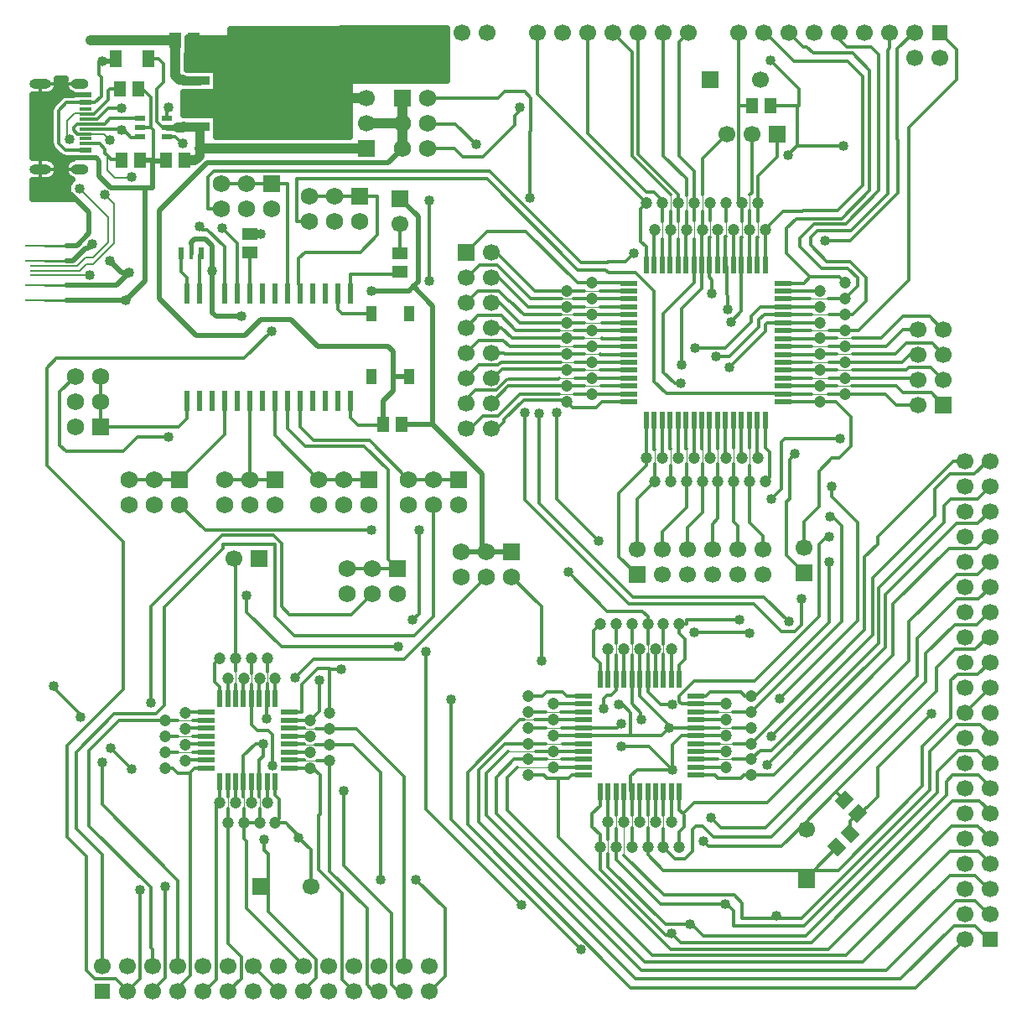
<source format=gbr>
G04 DipTrace 4.2.0.0*
G04 Top.gbr*
%MOMM*%
G04 #@! TF.FileFunction,Copper,L1,Top*
G04 #@! TF.Part,Single*
%AMOUTLINE0*
4,1,4,
-0.07071,0.98995,
0.98995,-0.07071,
0.07071,-0.98995,
-0.98995,0.07071,
-0.07071,0.98995,
0*%
%AMOUTLINE3*
4,1,4,
0.98995,0.07073,
-0.07069,-0.98995,
-0.98995,-0.07073,
0.07069,0.98995,
0.98995,0.07073,
0*%
G04 #@! TA.AperFunction,Conductor*
%ADD10C,0.25*%
G04 #@! TA.AperFunction,CopperBalancing*
%ADD15C,0.33*%
G04 #@! TA.AperFunction,Conductor*
%ADD16C,0.3*%
%ADD17C,0.1*%
%ADD18C,1.0*%
%ADD19C,0.95*%
%ADD20C,0.5*%
%ADD21C,0.4*%
%ADD24C,0.2*%
%ADD25C,0.6*%
G04 #@! TA.AperFunction,CopperBalancing*
%ADD26C,0.635*%
%ADD28R,1.5X1.3*%
%ADD29R,1.3X1.5*%
%ADD30R,1.2X1.8*%
G04 #@! TA.AperFunction,ComponentPad*
%ADD31R,1.7X1.7*%
%ADD32C,1.7*%
%ADD33C,1.2*%
%ADD35R,1.5706X1.5706*%
%ADD38R,3.5X0.25*%
%ADD39R,4.0X0.25*%
G04 #@! TA.AperFunction,ComponentPad*
%ADD40R,1.75X1.75*%
%ADD41C,1.75*%
%ADD42R,1.15X0.3*%
%ADD43R,1.15X0.6*%
G04 #@! TA.AperFunction,ComponentPad*
%ADD44O,1.8X1.0*%
%ADD45O,2.2X1.0*%
%ADD46R,1.0X1.6*%
%ADD47R,0.5X1.7*%
%ADD48R,1.7X0.5*%
%ADD49R,1.8X0.5*%
%ADD50R,0.5X1.8*%
%ADD51R,0.6X2.15*%
%ADD52R,2.15X0.95*%
%ADD53R,2.15X3.25*%
%ADD54R,1.1X0.6*%
%ADD55R,0.6X1.3*%
%ADD56R,0.4X1.3*%
G04 #@! TA.AperFunction,ViaPad*
%ADD57C,1.016*%
%ADD126OUTLINE0*%
%ADD129OUTLINE3*%
%FSLAX35Y35*%
G04*
G71*
G90*
G75*
G01*
G04 Top*
%LPD*%
X8706000Y7118000D2*
D15*
X9079000D1*
X9081000Y7120000D1*
X8920000Y5647000D2*
D16*
Y5910000D1*
X9070000Y6060000D1*
Y6416653D1*
X9202183Y6548837D1*
X9270530D1*
X9390823Y6669130D1*
Y6966920D1*
X9237743Y7120000D1*
X9081000D1*
X8290000Y9125000D2*
D15*
Y8940000D1*
D17*
Y8780000D1*
D15*
X8286000Y8776000D1*
Y8498000D1*
X8261000Y10844000D2*
D16*
Y10107530D1*
Y9154000D1*
X8290000Y9125000D1*
X8393017Y10107530D2*
X8261000D1*
X1562020Y7378340D2*
X1401490Y7217813D1*
Y6683507D1*
X1465130Y6619867D1*
X2042433D1*
X2187330Y6764763D1*
X2499663D1*
X8181200Y7926960D2*
X8286000Y8031760D1*
Y8498000D1*
X7100000Y3180000D2*
Y2879000D1*
X10794000Y3729000D2*
Y3766000D1*
X10700000Y3860000D1*
X10460000D1*
X10187837Y3587837D1*
Y3198990D1*
X8890243Y1901397D1*
X8630727D1*
X8294140D1*
Y2058643D1*
X8213940Y2138843D1*
X7501157D1*
X7100000Y2540000D1*
D17*
Y2879000D1*
X3288770Y5160327D2*
D15*
Y4996970D1*
X3640717Y4645023D1*
X4823357D1*
X5352253Y4116127D2*
Y2903500D1*
X6665320Y1590433D1*
X8642870Y1926287D2*
X8649243Y1919913D1*
X8630727Y1901397D1*
X2755000Y10770000D2*
D18*
X3633997D1*
X3684080Y10719917D1*
X3964080D1*
X4212007Y10471990D1*
X4040007Y10299993D1*
X4156000Y10184000D1*
X4499997D1*
X3390000Y10130000D2*
Y10390000D1*
X3400000D1*
X3684080Y10719917D1*
X2810000Y10130000D2*
D19*
X2967500D1*
D18*
X3120000D1*
X3390000D1*
X3120000Y10140000D2*
Y10130000D1*
X3400000Y10390000D2*
D3*
X4863000Y10184000D2*
Y9930000D1*
Y9676000D1*
X4500000Y9930000D2*
X4863000D1*
X4335500Y7130000D2*
D16*
Y6959047D1*
X4414090Y6880457D1*
X4655457D1*
X4665000Y6890000D1*
D20*
Y7125000D1*
X4770000Y7230000D1*
Y7370000D1*
Y7630000D1*
X4720000Y7680000D1*
X4010000D1*
X3740000Y7950000D1*
X3430000D1*
X3270000Y7790000D1*
X2780000D1*
X2410000Y8160000D1*
Y9050000D1*
X2890000Y9530000D1*
X4717000D1*
X4863000Y9676000D1*
X4930000Y7370000D2*
X4770000D1*
X4335500Y8210000D2*
D16*
Y8408383D1*
X4818383D1*
X4840000Y8430000D1*
X3418000Y4124000D2*
Y4328000D1*
X3420000Y4330000D1*
X3178000Y4124000D2*
X3180000Y4268000D1*
D17*
Y4400000D1*
D16*
Y4530000D1*
Y5523000D1*
X3163000Y5540000D1*
X3338000Y4124000D2*
Y4268000D1*
D17*
X3340000D1*
Y4380000D1*
D16*
Y4530000D1*
X3554353Y3446480D2*
Y3757047D1*
X3511673Y3799727D1*
X3401640D1*
X3338000Y3863367D1*
Y4124000D1*
X7180000Y4320000D2*
Y4560000D1*
D17*
Y4680000D1*
D16*
Y4875000D1*
X7279120Y3907720D2*
X7266773D1*
Y3983227D1*
X7180000Y4070000D1*
Y4320000D1*
X8370000Y6315000D2*
D15*
Y6480000D1*
D17*
Y6654000D1*
D15*
X8366000D1*
Y6938000D1*
X8505000Y5627000D2*
D16*
Y5765000D1*
X8370000Y5900000D1*
Y6315000D1*
X2565000Y10770000D2*
D18*
Y10410587D1*
X2608073Y10367513D1*
X2644987D1*
X2652500Y10360000D1*
D19*
X2810000D1*
X1665000Y10220000D2*
D20*
X1390000D1*
X1280000Y10110000D1*
Y9910000D1*
X1710000Y10770000D2*
D18*
X2565000D1*
X1665000Y9580000D2*
D20*
X1430000D1*
X1280000Y9730000D1*
Y9910000D1*
X1665000Y9580000D2*
X1770000D1*
X1800000Y9550000D1*
Y9400000D1*
X1920000Y9280000D1*
X2260000D1*
X2340000D1*
Y9540000D1*
X2330000D1*
Y9560000D1*
X2215000D1*
X2340000Y9540000D2*
X2350000D1*
Y9550000D1*
X2465000D1*
X2475000Y9560000D1*
X2215000Y9890000D2*
D16*
X2320000D1*
X2350000Y9860000D1*
Y9550000D1*
X2197247Y10280000D2*
X2236360D1*
X2320000Y10196360D1*
Y9890000D1*
X1245000Y8145000D2*
D10*
X1470000D1*
D20*
X2065000D1*
X2260000Y8340000D1*
Y9280000D1*
X1245000Y8695000D2*
D10*
X1470000D1*
D20*
X1575000D1*
X1700000Y8820000D1*
Y9030000D1*
X1510000Y9220000D1*
X1440000D1*
X1420000Y9240000D1*
Y9581933D1*
X1280000Y9730000D1*
X1420000Y9220000D2*
X1432137D1*
X1420000Y9240000D1*
X2940000Y8440000D2*
X2938500Y8438500D1*
Y8210000D1*
Y8438500D2*
Y8691500D1*
X2870000Y8760000D1*
X2760000D1*
X2730000Y8730000D1*
Y8710000D1*
D21*
Y8620000D1*
X3320000Y8815000D2*
D20*
X3430000D1*
X3240000Y7980000D2*
X2980000D1*
X2938500Y8021500D1*
Y8438500D1*
X4550000Y8240000D2*
X4930000D1*
X4974500Y8284500D1*
X5020000Y8330000D1*
Y8992823D1*
X4840000Y9172823D1*
X4855000Y6890000D2*
X5170000D1*
Y8089000D1*
X4974500Y8284500D1*
X5170000Y6890000D2*
X5670000Y6390000D1*
Y5648143D1*
X5709557Y5608587D1*
X5963557D1*
X5709557D2*
X5455557D1*
X3258000Y4124000D2*
D16*
Y4328000D1*
X3260000Y4330000D1*
X3338000Y3284000D2*
Y3072000D1*
X3340000Y3070000D1*
X3178000Y3284000D2*
Y3072000D1*
X3180000Y3070000D1*
X3612337Y1169150D2*
X3612323D1*
X3358330Y1423143D1*
X3776060Y4331103D2*
Y4335513D1*
X3961650Y4521103D1*
X4876073D1*
X5709557Y5354587D1*
X6690000Y3750000D2*
X6389000D1*
X7260000Y4320000D2*
Y4621000D1*
Y3180000D2*
Y2879000D1*
X7830000Y3830000D2*
X8060000D1*
D17*
X8200000D1*
D16*
X8385000D1*
X10540000Y3983000D2*
X10794000Y4237000D1*
X7556483Y3830000D2*
X7830000D1*
X7556483D2*
Y3853517D1*
X7260000Y4150000D1*
Y4320000D1*
X6690000Y3750000D2*
X7159103D1*
X7476483D1*
X7556483Y3830000D1*
X9382637Y2762627D2*
Y2890947D1*
X9458347Y2966660D1*
X9495203D1*
X9547107Y3018563D1*
X9551873D1*
X9663850Y3130540D1*
Y3425663D1*
X10208243Y3970057D1*
X5963557Y5354587D2*
D15*
X6265393Y5052750D1*
Y4502390D1*
X7049797Y4061400D2*
D16*
X7085613D1*
X7165637Y3981377D1*
Y3756533D1*
X7159103Y3750000D1*
X8446000Y6938000D2*
D15*
Y6559000D1*
X8450000Y6555000D1*
X7646000Y6938000D2*
Y6559000D1*
X7650000Y6555000D1*
X8130000Y9125000D2*
Y8940000D1*
D17*
Y8790000D1*
D15*
X8126000Y8786000D1*
Y8498000D1*
X8151723Y8052037D2*
D16*
Y8188277D1*
X8140000Y8200000D1*
Y8484000D1*
X8126000Y8498000D1*
X8920000Y5393000D2*
X8743913Y5569087D1*
Y6112853D1*
X8773150Y6142090D1*
Y6538823D1*
X8829027Y6594700D1*
X4550000Y8010000D2*
X4250000D1*
X4210000Y8050000D1*
Y8208500D1*
X4208500Y8210000D1*
X4840000Y8620000D2*
Y8892710D1*
X4842273Y8894983D1*
Y8916550D1*
X4840000Y8918823D1*
X3066000Y6337000D2*
X3320000D1*
X3574000D2*
X3320000D1*
X3319500Y6337500D1*
Y7130000D1*
X4524000Y6337000D2*
X4270000D1*
X4016000D1*
X3573500Y6779500D1*
Y7130000D1*
X2106000Y6337000D2*
X2360000D1*
X2614000D1*
X3065500Y6788500D1*
Y7130000D1*
X1816020Y7378347D2*
X1816023Y7378340D1*
Y7124347D1*
X1816027Y6870347D1*
X2601170D1*
X2684500Y6953677D1*
Y7130000D1*
X3540480Y9318230D2*
X3286480D1*
Y9318223D1*
X3032480D1*
Y9318217D1*
X3700500D1*
Y8210000D1*
X3925997Y9197237D2*
X4179997D1*
Y9197243D1*
X4433997D1*
Y9197250D1*
X4612250D1*
Y8802333D1*
X4438057Y8628140D1*
X3879937D1*
X3816300Y8564503D1*
Y8305357D1*
X3827500Y8294157D1*
Y8210000D1*
X3192500D2*
Y8717500D1*
X3040000Y8870003D1*
X2500817Y10092453D2*
X2485000Y10076637D1*
Y9985000D1*
X3065500Y8210000D2*
Y8684500D1*
X2890000Y8860000D1*
X2843707D1*
X2815267Y8888440D1*
X2648770Y9727490D2*
X2644063Y9722783D1*
X2571847Y9795000D1*
X2485000D1*
X2830000Y8620000D2*
X2811500Y8601500D1*
Y8210000D1*
X2630000Y8620000D2*
Y8430877D1*
X2686670Y8374207D1*
Y8212170D1*
X2684500Y8210000D1*
X1665000Y9725000D2*
X1805000D1*
X1860000Y9670000D1*
Y9630000D1*
X1881330Y9608670D1*
X1920000Y9570000D1*
X2015000D1*
X2025000Y9560000D1*
X1881330Y9608670D2*
D24*
Y9458670D1*
X1960000Y9380000D1*
X2120000D1*
X2130000Y9390000D1*
X1665000Y10025000D2*
D16*
X1745000D1*
X1890000Y10170000D1*
Y10260000D1*
X1910000Y10280000D1*
X2007247D1*
X1270000Y8495000D2*
D24*
X1575000D1*
X1660000Y8580000D1*
X1740000D1*
X1890000Y8730000D1*
Y8980000D1*
X1600000Y9270000D1*
X1500000Y9770000D2*
Y9790000D1*
X1480000Y9810000D1*
Y9960000D1*
X1550000Y10030000D1*
X1660000D1*
X1665000Y10025000D1*
Y9925000D2*
D16*
X1855000D1*
X1910000Y9980000D1*
X2210000D1*
X2215000Y9985000D1*
X1665000Y9825000D2*
X1575000D1*
X1540000Y9860000D1*
Y9890000D1*
X1575000Y9925000D1*
X1665000D1*
X1270000Y8445000D2*
D24*
X1605000D1*
X1670000Y8510000D1*
X1740000D1*
X1950000Y8720000D1*
Y9120000D1*
X1860000Y9210000D1*
X1910000Y9760000D2*
X1845000Y9825000D1*
X1665000D1*
Y9875000D2*
D16*
X2035000D1*
X2050000Y9860000D1*
X2120000Y9790000D1*
X2210000D1*
X2215000Y9795000D1*
X1665000Y9975000D2*
X1785000D1*
X1890000Y10080000D1*
X2030000D1*
Y9860000D2*
X2050000D1*
X1270000Y8395000D2*
D24*
X1705000D1*
X1665000Y10140000D2*
D16*
X1756360D1*
X1820000Y10203640D1*
Y10400000D1*
X1800000Y10420000D1*
Y10560000D1*
X1945003D1*
X1965000Y10579997D1*
X1665000Y9660000D2*
X1460000D1*
X1390000Y9730000D1*
Y10060000D1*
X1470000Y10140000D1*
X1665000D1*
X1830000Y10560000D2*
D20*
X1945003D1*
X1965000Y10579997D1*
X1245000Y8545000D2*
D10*
X1470000D1*
D20*
X1535000D1*
X1660000Y8670000D1*
X1690000D1*
X1730000Y8710000D1*
X2100000Y8420000D2*
X2030000D1*
X1910000Y8540000D1*
X1245000Y8295000D2*
D10*
X1470000D1*
D20*
X1975000D1*
X2100000Y8420000D1*
X3320000Y8625000D2*
D16*
X3319500Y8624500D1*
Y8210000D1*
X4302163Y5434117D2*
X4556163D1*
X4810163D1*
X4715393Y5528887D1*
Y6432067D1*
X4473827Y6673633D1*
X3878337D1*
X3700500Y6851470D1*
Y7130000D1*
X5434000Y6337000D2*
X5180000D1*
X4926000D1*
X4530320Y6732680D1*
X3962743D1*
X3827500Y6867923D1*
Y7130000D1*
X6690000Y3910000D2*
X6389000D1*
X10540000Y1697000D2*
X10044110Y1201110D1*
X7168890D1*
X5520000Y2850000D1*
Y3380000D1*
X6050000Y3910000D1*
X6090000D1*
D17*
X6200000D1*
D16*
X6389000D1*
X7486000Y6938000D2*
D15*
Y6559000D1*
X7490000Y6555000D1*
X6135000Y3990000D2*
D16*
X6310000D1*
D17*
X6460000D1*
D16*
X6690000D1*
X7410000Y6315000D2*
D15*
Y6490000D1*
D17*
Y6634000D1*
D15*
X7406000D1*
Y6938000D1*
X7235000Y5627000D2*
D16*
Y6140000D1*
X7410000Y6315000D1*
X6690000Y4070000D2*
X6389000D1*
X7326000Y6938000D2*
D15*
Y6559000D1*
X7330000Y6555000D1*
D16*
Y6480000D1*
X7050000Y6200000D1*
Y5558000D1*
X7235000Y5373000D1*
X6135000Y4150000D2*
X6280000D1*
X6320000Y4190000D1*
X6480000D1*
X6520000Y4150000D1*
X6690000D1*
X7146000Y7118000D2*
D15*
X6878000D1*
X6820000Y7060000D1*
X6585000D1*
X6525000Y7120000D1*
D16*
X6500000D1*
X6480000Y7140000D1*
X6090000D1*
X5890000Y6940000D1*
Y6920000D1*
X5821000Y6851000D1*
X5757000D1*
X6860000Y4320000D2*
Y4480000D1*
X6790000Y4550000D1*
Y4805000D1*
X6860000Y4875000D1*
X6779000Y7200000D2*
D15*
X7144000D1*
X7146000Y7198000D1*
X6779000Y7200000D2*
D16*
X6600000D1*
D17*
X6450000D1*
D16*
X6050000D1*
X5830000Y6980000D1*
X5680000D1*
X5551000Y6851000D1*
D17*
X5503000D1*
X6940000Y4320000D2*
D16*
Y4621000D1*
X6525000Y7280000D2*
D15*
X6700000D1*
D17*
X6872000D1*
D15*
Y7278000D1*
X7146000D1*
X6525000Y7280000D2*
D16*
X5932000D1*
X5757000Y7105000D1*
X7020000Y4320000D2*
Y4560000D1*
D17*
Y4680000D1*
D16*
Y4875000D1*
X6890937Y4020233D2*
Y4123473D1*
X6926673Y4159210D1*
X6973357D1*
X7020000Y4205853D1*
Y4320000D1*
X6779000Y7360000D2*
D15*
X7144000D1*
X7146000Y7358000D1*
X6779000Y7360000D2*
D16*
X6610000D1*
D17*
X6450000D1*
D16*
X6440000Y7350000D1*
X5940000D1*
D17*
X5930000Y7340000D1*
X5910000D1*
D16*
X5810000Y7240000D1*
X5600000D1*
X5503000Y7143000D1*
D17*
Y7105000D1*
X7100000Y4320000D2*
D16*
Y4621000D1*
X6525000Y7440000D2*
D15*
X6700000D1*
D17*
X6862000D1*
D15*
Y7438000D1*
X7146000D1*
X6525000Y7440000D2*
D16*
Y7446680D1*
X5866680D1*
X5779000Y7359000D1*
X5757000D1*
X3718000Y3664000D2*
X3876000D1*
D17*
Y3660000D1*
X3986000D1*
D16*
X4130000D1*
X5136337Y1169197D2*
X5139197D1*
X5293233Y1323233D1*
Y2003273D1*
X4998320Y2298187D1*
X4640000D2*
Y3380000D1*
X4360000Y3660000D1*
X4130000D1*
X6135000Y3670000D2*
X6310000D1*
D17*
X6480000D1*
D16*
X6690000D1*
X10794000Y1697000D2*
X10783000D1*
X10650000Y1830000D1*
X10430000D1*
X9896243Y1296243D1*
X7213757D1*
X5630000Y2880000D1*
Y3400000D1*
X5900000Y3670000D1*
X6135000D1*
X8706000Y7838000D2*
D15*
X8988000D1*
D17*
X9170000D1*
D15*
Y7840000D1*
X9335000D1*
X10293000Y10844000D2*
D16*
X10460000Y10677000D1*
Y10370000D1*
X9980000Y9890000D1*
Y8350000D1*
X9470000Y7840000D1*
X9335000D1*
X3718000Y3744000D2*
X3926000D1*
X3930000Y3740000D1*
X6690000Y3590000D2*
X6389000D1*
X10794000Y1951000D2*
X10779000D1*
X10650000Y2080000D1*
X10450000D1*
X9751863Y1381863D1*
X7278137D1*
X5710000Y2950000D1*
Y3370000D1*
X5930000Y3590000D1*
D17*
X6210000D1*
D16*
X6389000D1*
X8706000Y7918000D2*
D15*
X9079000D1*
X9081000Y7920000D1*
X10039000Y10844000D2*
D16*
X10024000D1*
X9860523Y10680523D1*
Y9769943D1*
X9868107Y9762360D1*
Y9228107D1*
X9384580Y8744580D1*
X9129240D1*
X8168417Y7470700D2*
X8531400Y7833683D1*
Y7901217D1*
X8548183Y7918000D1*
X8706000D1*
X3718000Y3824000D2*
X3876000D1*
D17*
Y3820000D1*
X3990000D1*
D16*
X4130000D1*
X4400000D1*
X4882330Y3337670D1*
Y1423187D1*
X6135000Y3510000D2*
X6320000D1*
D17*
X6470000D1*
D16*
X6690000D1*
X10794000Y2205000D2*
X10785000D1*
X10650000Y2340000D1*
X10390000D1*
X9511140Y1461140D1*
X7308860D1*
X5810000Y2960000D1*
Y3330000D1*
X5990000Y3510000D1*
X6135000D1*
X8706000Y7998000D2*
D15*
X8998000D1*
D17*
X9170000D1*
D15*
Y8000000D1*
X9335000D1*
X9785000Y10844000D2*
D16*
Y10692787D1*
X9763460Y10671247D1*
Y9220243D1*
X9390550Y8847333D1*
X9050247D1*
X8986607Y8783693D1*
Y8699660D1*
X9151000Y8535267D1*
X9382100D1*
X9546493Y8370873D1*
Y8137387D1*
X9409107Y8000000D1*
X9335000D1*
X8030770Y7574347D2*
X8161227D1*
X8464353Y7877473D1*
Y7946540D1*
X8518073Y8000260D1*
X8703740D1*
X8706000Y7998000D1*
X3718000Y3904000D2*
X3926000D1*
X3930000Y3900000D1*
X4025500Y4305180D2*
Y3995500D1*
X3930000Y3900000D1*
X6690000Y3430000D2*
X6389000D1*
X10794000Y2459000D2*
Y2466000D1*
X10680000Y2580000D1*
X10390000D1*
X9344077Y1534077D1*
X7385923D1*
X5920000Y3000000D1*
Y3330000D1*
X6020000Y3430000D1*
D17*
X6389000D1*
X8706000Y8078000D2*
D15*
X9079000D1*
X9081000Y8080000D1*
X7817687Y7659457D2*
D16*
X8119697D1*
X8387960Y7927720D1*
Y7983897D1*
X8482223Y8078160D1*
X8705840D1*
X8706000Y8078000D1*
X3718000Y3984000D2*
X3850257D1*
Y4267517D1*
X4010000Y4427260D1*
X4130000D1*
Y3980000D1*
X4245527Y4420533D2*
X4130000D1*
Y3980000D1*
X6135000Y3350000D2*
X6290000D1*
X6320000Y3320000D1*
X6440617D1*
X6540000D1*
X6570000Y3350000D1*
X6690000D1*
X10794000Y2713000D2*
Y2716000D1*
X10670000Y2840000D1*
X10410000D1*
X9164327Y1594327D1*
X7575673D1*
X6440617Y2729383D1*
Y3320000D1*
X8706000Y8158000D2*
D15*
X8978000D1*
D17*
X9160000D1*
D15*
Y8160000D1*
X9335000D1*
X9277000Y10844000D2*
D16*
Y10776753D1*
X9351320Y10702433D1*
X9595493D1*
X9674773Y10623153D1*
Y9253240D1*
X9338633Y8917100D1*
X9021527D1*
X8879453Y8775027D1*
Y8687923D1*
X9098643Y8468733D1*
X9361267D1*
X9460000Y8370000D1*
Y8285000D1*
X9335000Y8160000D1*
X3578000Y4124000D2*
Y4328000D1*
X3580000Y4330000D1*
X6860000Y2625000D2*
Y2750000D1*
X6780000Y2830000D1*
Y2960000D1*
X6860000Y3040000D1*
Y3180000D1*
X10794000Y2967000D2*
Y2986000D1*
X10690000Y3090000D1*
X10420000D1*
X8990920Y1660920D1*
X7675027D1*
X7598497Y1737450D1*
X7520040D1*
X6860000Y2397490D1*
Y2625000D1*
X7584323Y1751623D2*
D15*
X7598497Y1737450D1*
X8706000Y8238000D2*
X9079000D1*
X9081000Y8240000D1*
X3498000Y3284000D2*
D16*
X3500000Y3070000D1*
X3866337Y1169157D2*
Y1179943D1*
X3991807Y1305413D1*
Y1487337D1*
X3505507Y1973637D1*
Y2230163D1*
Y2556180D1*
X3467077Y2594610D1*
Y2697077D1*
X3430733Y2230163D2*
X3505507D1*
X6940000Y3180000D2*
Y2879000D1*
Y2700000D1*
D17*
Y2560000D1*
D16*
Y2422320D1*
X7519137Y1843183D1*
X7765910D1*
X7786327D1*
X7900670Y1728840D1*
X8939427D1*
X10356290Y3145703D1*
Y3286360D1*
X10419930Y3350000D1*
X10680000D1*
X10794000Y3236000D1*
Y3221000D1*
X8706000Y8318000D2*
D15*
X8918000D1*
X8980000Y8380000D1*
X9275000D1*
X9335000Y8320000D1*
X8769000Y10844000D2*
D16*
X8908457Y10704543D1*
X8943657D1*
X9009960Y10638240D1*
X9405997D1*
X9582810Y10461427D1*
Y9256407D1*
X9296403Y8970000D1*
X8840000D1*
X8740000Y8870000D1*
Y8620000D1*
D15*
X8980000Y8380000D1*
X3578000Y3284000D2*
D16*
Y3152000D1*
X3620000Y3110000D1*
Y2910000D1*
X3580000Y2870000D1*
X3817080Y2719930D2*
X3832393D1*
X3682323Y2870000D1*
X3580000D1*
X3938733Y2230163D2*
Y2598277D1*
X3817080Y2719930D1*
X7020000Y3180000D2*
Y2950000D1*
D17*
Y2810000D1*
D16*
Y2625000D1*
X10794000Y3475000D2*
X10669000Y3600000D1*
X10476997D1*
X10263370Y3386373D1*
Y3171907D1*
X8916620Y1825157D1*
X8205937D1*
Y1982453D1*
X8141507Y2046883D1*
X8121470D1*
X7473117D1*
X7020000Y2500000D1*
Y2625000D1*
X6065643Y2041937D2*
D15*
X5102357Y3005223D1*
Y4598177D1*
X4965393Y4914847D2*
X5030120Y4979573D1*
Y5828317D1*
X4550900Y5823583D2*
X2873417D1*
X2614000Y6083000D1*
X8526000Y8498000D2*
Y8853000D1*
X8530000Y8857000D1*
X8515000Y10844000D2*
D16*
X8533213D1*
X8818223Y10558990D1*
X9361553D1*
X9515033Y10405510D1*
Y9303233D1*
X9260393Y9048593D1*
X8908047D1*
X8901070Y9041617D1*
X8707247D1*
X8530000Y8864370D1*
Y8857000D1*
X3098000Y4124000D2*
Y4328000D1*
X3100000Y4330000D1*
X7830000Y3910000D2*
X8131000D1*
X9200000Y6269000D2*
Y6160000D1*
X9460000Y5900000D1*
Y4911817D1*
X8672380Y4124197D1*
X6779000Y8160000D2*
D15*
X7144000D1*
X7146000Y8158000D1*
X6779000Y8160000D2*
D16*
X6590000D1*
D17*
X6470000D1*
D16*
X6160000D1*
X5820000Y8500000D1*
X5640000D1*
X5509000Y8369000D1*
D17*
X5503000Y8375000D1*
X3018000Y4124000D2*
D16*
Y4242000D1*
X2970000Y4290000D1*
Y4480000D1*
X3020000Y4530000D1*
X7830000Y3990000D2*
X8050000D1*
D17*
X8200000D1*
D16*
X8385000D1*
X9180000Y5960000D2*
X9210000D1*
X9300000Y5870000D1*
Y4905000D1*
X8385000Y3990000D1*
X6525000Y8080000D2*
D15*
X6700000D1*
D17*
X6862000D1*
D15*
Y8078000D1*
X7146000D1*
X6525000Y8080000D2*
D16*
X6130000D1*
X5835000Y8375000D1*
X5757000D1*
X2878000Y3984000D2*
X2674000D1*
X2670000Y3980000D1*
X2596330Y1423120D2*
Y2285640D1*
X1830000Y3051970D1*
Y3480000D1*
X7830000Y4070000D2*
X8131000D1*
X9171000Y5761000D2*
X9151000D1*
X9070000Y5680000D1*
Y4952690D1*
X8417310Y4300000D1*
X7810000D1*
X7660000Y4150000D1*
Y4090000D1*
X7680000Y4070000D1*
X7830000D1*
X6779000Y8000000D2*
D15*
X7144000D1*
X7146000Y7998000D1*
X6779000Y8000000D2*
D16*
X6600000D1*
D17*
X6460000D1*
D16*
X6090000D1*
X5950000Y8140000D1*
X5940000D1*
X5840000Y8240000D1*
X5622000D1*
X5503000Y8121000D1*
X2470000Y3900000D2*
X2590000D1*
D17*
X2740000D1*
X2744000Y3904000D1*
D16*
X2878000D1*
X2470000Y3900000D2*
X2000000D1*
X1700000Y3600000D1*
Y2840000D1*
X2325077Y2214923D1*
Y1604923D1*
X2342330Y1587670D1*
Y1423113D1*
X7830000Y4150000D2*
X7930000D1*
X7970000Y4190000D1*
X8280000D1*
X8320000Y4150000D1*
X8385000D1*
X9170000Y5507000D2*
Y4893200D1*
X8426800Y4150000D1*
X8385000D1*
X6525000Y7920000D2*
D15*
X6700000D1*
D17*
X6878000D1*
D15*
Y7918000D1*
X7146000D1*
X6525000Y7920000D2*
D16*
X6050000D1*
X5849000Y8121000D1*
X5757000D1*
X2878000Y3824000D2*
X2674000D1*
X2670000Y3820000D1*
X2130000Y3410000D2*
X1920000Y3620000D1*
X4556163Y5180117D2*
X4349420Y4973373D1*
X3724147D1*
X3641253Y5056267D1*
Y5691083D1*
X3561230Y5771107D1*
X3038770D1*
X2324853Y5057190D1*
Y4077867D1*
X7660000Y4320000D2*
Y4460000D1*
X7720000Y4520000D1*
Y4722597D1*
X7660000Y4782597D1*
Y4875000D1*
X8270613Y4923057D2*
X7730520D1*
Y4875000D1*
X7660000D1*
X6779000Y7840000D2*
D15*
X7144000D1*
X7146000Y7838000D1*
X6779000Y7840000D2*
D16*
X6600000D1*
D17*
X6450000D1*
D16*
X6010000D1*
X5860000Y7990000D1*
X5626000D1*
X5503000Y7867000D1*
X2470000Y3740000D2*
X2590000D1*
D17*
X2740000D1*
X2744000Y3744000D1*
D16*
X2878000D1*
X5180000Y6083000D2*
Y4955670D1*
X4978567Y4754237D1*
X3774917D1*
X3577830Y4951323D1*
Y5683260D1*
X3055190D1*
Y5641403D1*
X2462190Y5048403D1*
Y4057357D1*
X2372457Y3967623D1*
X1952743D1*
X1569650Y3584530D1*
Y2809597D1*
X1834330Y2544917D1*
Y1423097D1*
X7580000Y4320000D2*
Y4621000D1*
X8366170Y4781300D2*
X8379250Y4794380D1*
X7808493D1*
X6525000Y7760000D2*
D15*
X6690000D1*
D17*
X6878000D1*
D15*
Y7758000D1*
X7146000D1*
X6525000Y7760000D2*
D16*
X5970000D1*
X5863000Y7867000D1*
X5757000D1*
X2878000Y3664000D2*
X2674000D1*
X2670000Y3660000D1*
X7500000Y4320000D2*
Y4570000D1*
D17*
Y4670000D1*
D16*
Y4875000D1*
X6779000Y7680000D2*
D15*
X7144000D1*
X7146000Y7678000D1*
X6779000Y7680000D2*
D16*
X6600000D1*
D17*
X6447510D1*
X6444720Y7677210D1*
D16*
X5942790D1*
X5880000Y7740000D1*
X5630000D1*
X5503000Y7613000D1*
X7420000Y4320000D2*
Y4621000D1*
X6525000Y7600000D2*
D15*
X6700000D1*
D17*
X6862000D1*
D15*
Y7598000D1*
X7146000D1*
X6525000Y7600000D2*
D16*
X5900000D1*
X5887000Y7613000D1*
X5757000D1*
X2470000Y3580000D2*
X2590000D1*
D17*
X2744000D1*
D16*
Y3584000D1*
X2878000D1*
X2216703Y2196380D2*
Y1297470D1*
X2088337Y1169107D1*
Y1179263D1*
X1971603Y1295997D1*
X1754080D1*
X1669540Y1380537D1*
Y2532533D1*
X1479743Y2722330D1*
Y3646030D1*
X2045793Y4212080D1*
Y5703327D1*
X1269857Y6479263D1*
Y7462697D1*
X1366933Y7559773D1*
X3264150D1*
X3538923Y7834547D1*
X7500000Y3180000D2*
Y2950000D1*
D17*
Y2810000D1*
D16*
Y2625000D1*
X10794000Y4999000D2*
X10789000D1*
X10660000Y4870000D1*
X10440000D1*
X10150000Y4580000D1*
Y4290000D1*
X8590000Y2730000D1*
X8000000D1*
X7890000Y2840000D1*
X7830000D1*
X7790000Y2800000D1*
Y2582500D1*
X7717500Y2510000D1*
X7615000D1*
X7500000Y2625000D1*
X6243550Y7003240D2*
Y6096450D1*
X7189210Y5150790D1*
X8513877D1*
X8762343Y4902323D1*
X7886000Y8498000D2*
D15*
Y8853000D1*
X7890000Y8857000D1*
X8136000Y9820000D2*
D16*
X7890000Y9574000D1*
Y9210000D1*
D17*
Y9040000D1*
D16*
Y8857000D1*
X7681007Y7496317D2*
Y8061203D1*
X7886087Y8266283D1*
Y8497913D1*
X7886000Y8498000D1*
X2878000Y3504000D2*
X2674000D1*
X2670000Y3500000D1*
X2342337Y1169113D2*
Y1218187D1*
X2380753D1*
X2465223Y1302657D1*
Y2230000D1*
X1342110Y4247617D2*
X1332247Y4237753D1*
X1610000Y3960000D1*
Y3940653D1*
X7580000Y3180000D2*
Y2879000D1*
X10794000Y5253000D2*
Y5244000D1*
X10680000Y5130000D1*
X10460000D1*
X10060000Y4730000D1*
Y4350000D1*
X8530000Y2820000D1*
X8080000D1*
X7980000Y2920000D1*
X6100000Y7010000D2*
Y6127750D1*
X7147817Y5079933D1*
X8413063D1*
X8693043Y4799953D1*
X8824720D1*
X8896380Y4871613D1*
Y5126933D1*
X7810000Y9125000D2*
D15*
Y8950000D1*
D17*
Y8766000D1*
D15*
X7806000D1*
Y8498000D1*
X7810000Y9125000D2*
D16*
Y9450000D1*
X7660000Y9600000D1*
Y10751000D1*
X7753000Y10844000D1*
X7674727Y7305700D2*
X7611417D1*
X7497457Y7419660D1*
Y8010563D1*
X7805570Y8318677D1*
Y8497570D1*
X7806000Y8498000D1*
X2470000Y3420000D2*
X2540000D1*
X2590000Y3370000D1*
X2710000D1*
X2764000Y3424000D1*
X2878000D1*
X2596337Y1169120D2*
Y1202463D1*
X2725057Y1331183D1*
Y3370000D1*
X2710000D1*
X7660000Y2625000D2*
Y2780000D1*
X7710000Y2830000D1*
Y2950000D1*
X7699310Y2960690D1*
X7660000Y3000000D1*
Y3180000D1*
X10794000Y5507000D2*
Y5504000D1*
X10670000Y5380000D1*
X10460000D1*
X9980000Y4900000D1*
Y4500000D1*
X8550000Y3070000D1*
X7808620D1*
X7699310Y2960690D1*
X7726000Y8498000D2*
D15*
Y8853000D1*
X7730000Y8857000D1*
X7499000Y10844000D2*
D16*
Y9601000D1*
X7730000Y9370000D1*
Y9200000D1*
D17*
Y9040000D1*
D16*
Y8857000D1*
X3018000Y3284000D2*
Y3072000D1*
X3020000Y3070000D1*
X2850337Y1169127D2*
X2861440D1*
X2980210Y1287897D1*
Y3030210D1*
X3020000Y3070000D1*
X7830000Y3350000D2*
X8020000D1*
X8050000Y3320000D1*
X8280000D1*
X8310000Y3350000D1*
X8385000D1*
X10794000Y5761000D2*
X10781000D1*
X10660000Y5640000D1*
X10380000D1*
X9820000Y5080000D1*
Y4560000D1*
X8610000Y3350000D1*
X8385000D1*
X7650000Y9125000D2*
D15*
Y8940000D1*
D17*
Y8766000D1*
D15*
X7646000D1*
Y8498000D1*
X7650000Y9125000D2*
D16*
Y9210000D1*
X7245000Y9615000D1*
Y10844000D1*
X3098000Y3284000D2*
X3100000Y3132000D1*
D17*
Y3010000D1*
D16*
Y2870000D1*
Y1649943D1*
X3233427Y1516517D1*
Y1298223D1*
X3104337Y1169137D1*
X7830000Y3430000D2*
X8131000D1*
X10794000Y6015000D2*
Y6014000D1*
X10670000Y5890000D1*
X10460000D1*
X9740000Y5170000D1*
Y4640000D1*
X8550000Y3450000D1*
X7566000Y8498000D2*
D15*
Y8853000D1*
X7570000Y8857000D1*
X6991000Y10844000D2*
D16*
X7180000Y10655000D1*
Y9600000D1*
X7570000Y9210000D1*
D17*
Y9040000D1*
D16*
Y8857000D1*
X3718000Y3424000D2*
X3926000D1*
X3930000Y3420000D1*
X3960000D1*
X4030000Y3350000D1*
Y2956360D1*
X4020000Y2946360D1*
Y2396090D1*
X4254937Y2161153D1*
Y1288573D1*
X4374337Y1169173D1*
X7830000Y3510000D2*
X8050000D1*
D17*
X8200000D1*
D16*
X8385000D1*
X10794000Y6269000D2*
Y6264000D1*
X10670000Y6140000D1*
X10400000D1*
X10330000Y6070000D1*
Y5900000D1*
X9670000Y5240000D1*
Y4680000D1*
X8590000Y3600000D1*
X8475000D1*
X8385000Y3510000D1*
X7490000Y9125000D2*
D15*
Y8940000D1*
D17*
Y8766000D1*
D15*
X7486000D1*
Y8498000D1*
X7490000Y9125000D2*
D16*
Y9153537D1*
X7405700Y9237837D1*
X7326423D1*
X6737000Y9827260D1*
Y10844000D1*
X3718000Y3504000D2*
X3876000D1*
D17*
Y3500000D1*
X3996000D1*
D16*
X4130000D1*
X4628337Y1169180D2*
X4568433D1*
X4504793Y1232820D1*
Y2005207D1*
X4130000Y2380000D1*
Y3500000D1*
X7830000Y3590000D2*
X8131000D1*
X10794000Y6523000D2*
X10773000D1*
X10640000Y6390000D1*
X10390000D1*
X10240000Y6240000D1*
Y5970000D1*
X9610000Y5340000D1*
Y4770000D1*
X8584227Y3744227D1*
X7406000Y8498000D2*
D15*
Y8853000D1*
X7410000Y8857000D1*
X3718000Y3584000D2*
D16*
X3926000D1*
X3930000Y3580000D1*
X4882337Y1169187D2*
X4817787D1*
X4754143Y1232830D1*
Y1955857D1*
X4270000Y2440000D1*
Y3190000D1*
X7830000Y3670000D2*
X8060000D1*
D17*
X8210000D1*
D16*
X8385000D1*
X10540000Y6523000D2*
X10423000D1*
X9660000Y5760000D1*
Y5680000D1*
X9530000Y5550000D1*
Y4815000D1*
X8385000Y3670000D1*
X7326000Y8498000D2*
D15*
Y8684000D1*
X7270000Y8740000D1*
Y9065000D1*
X7330000Y9125000D1*
X6229000Y10844000D2*
D16*
Y10226000D1*
X7330000Y9125000D1*
X8706000Y7198000D2*
D15*
X8998000D1*
D17*
X9160000D1*
D15*
Y7200000D1*
X9335000D1*
X9740000D1*
X9851000Y7089000D1*
X10073000D1*
X3926003Y8943237D2*
D16*
X3799297D1*
Y9371133D1*
X5714147D1*
X6634447Y8450833D1*
X6914563D1*
X6945260Y8420137D1*
X7220217D1*
X7406270Y8234083D1*
Y7324090D1*
X7526983Y7203377D1*
X8700623D1*
X8706000Y7198000D1*
Y7278000D2*
D15*
X9079000D1*
X9081000Y7280000D1*
X9250000D1*
D17*
X9400000D1*
D16*
X9850000D1*
X9920000Y7210000D1*
X10206000D1*
X10327000Y7089000D1*
X3032487Y9064217D2*
X2898233D1*
Y9386360D1*
X2961873Y9450000D1*
X5746553D1*
X6668980Y8527573D1*
X6937620D1*
X6941460Y8531413D1*
X7111877D1*
X7196940Y8616477D1*
X9335000Y7360000D2*
D15*
X9170000D1*
D17*
X8992000D1*
D15*
Y7358000D1*
X8706000D1*
X9335000Y7360000D2*
X10090000D1*
X10073000Y7343000D1*
X8706000Y7438000D2*
X9079000D1*
X9081000Y7440000D1*
X9250000D1*
D17*
X9410000D1*
D16*
X9950000D1*
X9980000Y7470000D1*
X10200000D1*
X10327000Y7343000D1*
X8706000Y7518000D2*
D15*
X8992000D1*
D17*
X9170000D1*
D15*
Y7520000D1*
X9335000D1*
X9910000D1*
X9987000Y7597000D1*
X10073000D1*
X8706000Y7598000D2*
X9079000D1*
X9081000Y7600000D1*
X9250000D1*
D17*
X9410000D1*
D16*
X9840000D1*
X9950000Y7710000D1*
X10214000D1*
X10327000Y7597000D1*
X8706000Y7678000D2*
D15*
X8992000D1*
D17*
X9170000D1*
D15*
Y7680000D1*
X9335000D1*
X9750000D1*
X9921000Y7851000D1*
X10073000D1*
X8706000Y7758000D2*
X9079000D1*
X9081000Y7760000D1*
X10327000Y7851000D2*
D16*
X10319000D1*
X10190000Y7980000D1*
X9920000D1*
X9700000Y7760000D1*
X9410000D1*
D17*
X9250000D1*
D15*
X9081000D1*
X8286000Y6938000D2*
Y6559000D1*
X8290000Y6555000D1*
X8210000Y6315000D2*
Y6490000D1*
D17*
Y6654000D1*
D15*
X8206000D1*
Y6938000D1*
X8251000Y5627000D2*
D16*
Y5869000D1*
X8210000Y5910000D1*
Y6315000D1*
X8126000Y6938000D2*
D15*
Y6559000D1*
X8130000Y6555000D1*
X8046000Y6938000D2*
Y6644000D1*
D17*
X8050000D1*
Y6490000D1*
D15*
Y6315000D1*
X7997000Y5627000D2*
D16*
Y5887000D1*
X8050000Y5940000D1*
Y6315000D1*
X7966000Y6938000D2*
D15*
Y6559000D1*
X7970000Y6555000D1*
X7886000Y6938000D2*
Y6644000D1*
D17*
X7890000D1*
Y6490000D1*
D15*
Y6315000D1*
X7743000Y5627000D2*
D16*
Y5853000D1*
X7890000Y6000000D1*
Y6315000D1*
X7806000Y6938000D2*
D15*
Y6559000D1*
X7810000Y6555000D1*
X7730000Y6315000D2*
Y6490000D1*
D17*
Y6646000D1*
D15*
X7726000D1*
Y6938000D1*
X7489000Y5627000D2*
D16*
Y5809000D1*
X7730000Y6050000D1*
Y6315000D1*
X6779000Y8320000D2*
D15*
X7144000D1*
X7146000Y8318000D1*
X6779000Y8320000D2*
D16*
X6630000D1*
X6110000Y8840000D1*
X5714000D1*
X5503000Y8629000D1*
X6525000Y8240000D2*
D15*
X6700000D1*
D17*
X6862000D1*
D15*
Y8238000D1*
X7146000D1*
X6525000Y8240000D2*
D16*
X6200000D1*
X5811000Y8629000D1*
X5757000D1*
X6779000Y7520000D2*
D15*
X7144000D1*
X7146000Y7518000D1*
X6779000Y7520000D2*
D16*
X6610000D1*
D17*
X6460000D1*
D16*
X5860000D1*
X5840000Y7500000D1*
D17*
X5830000Y7490000D1*
D16*
X5634000D1*
X5503000Y7359000D1*
X8366000Y8498000D2*
D15*
Y8853000D1*
X8370000Y8857000D1*
X8390000Y9820000D2*
D16*
Y9230000D1*
X8370000Y9210000D1*
D17*
Y9050000D1*
D16*
Y8857000D1*
X8450000Y9125000D2*
D15*
Y8940000D1*
D17*
Y8780000D1*
D15*
X8446000Y8776000D1*
Y8498000D1*
X8450000Y9125000D2*
D16*
Y9400000D1*
X8644000Y9594000D1*
Y9820000D1*
X2295000Y10580003D2*
X2399997D1*
X2450000Y10530000D1*
Y10350000D1*
X2380000Y10280000D1*
Y9950000D1*
X2430000Y9900000D1*
X2475000D1*
X2485000Y9890000D1*
D25*
X2590000D1*
D18*
X2642500D1*
X2652500Y9900000D1*
D19*
X2810000D1*
X2665000Y9560000D2*
D18*
X2764977D1*
D19*
X2810000Y9605023D1*
Y9900000D1*
X4500003Y9676000D2*
D18*
X2810000D1*
D19*
Y9900000D1*
X3418000Y3284000D2*
D16*
Y3132000D1*
D17*
X3420000D1*
Y3010000D1*
D16*
Y2870000D1*
X3258000Y3284000D2*
Y3132000D1*
D17*
X3260000D1*
Y3010000D1*
D16*
Y2870000D1*
X3498000Y4124000D2*
Y4278000D1*
D17*
X3500000D1*
Y4390000D1*
D16*
Y4530000D1*
X3866330Y1423157D2*
Y1429673D1*
X3288387Y2007617D1*
Y2681613D1*
X3260000Y2710000D1*
Y2870000D1*
X3420000D1*
X3454537Y3668273D2*
X3378057D1*
X3256010Y3546227D1*
Y3285990D1*
X3258000Y3284000D1*
X3454537Y3668273D2*
Y3539227D1*
X3419360Y3504050D1*
Y3285360D1*
X3418000Y3284000D1*
X3488383Y3920763D2*
Y4114383D1*
X3498000Y4124000D1*
X5133863Y8335503D2*
Y9145120D1*
X5130027Y9148957D1*
X5604623Y9715573D2*
X5400197Y9920000D1*
X5170000D1*
X5160000Y9930000D1*
X5117000D1*
X7830000Y3750000D2*
X8131000D1*
X7180000Y3180000D2*
Y2950000D1*
D17*
Y2820000D1*
D16*
Y2625000D1*
X6135000Y3830000D2*
X6310000D1*
D17*
X6470000D1*
D16*
X6690000D1*
X7340000Y4320000D2*
Y4570000D1*
D17*
Y4670000D1*
D16*
Y4875000D1*
X7587647Y3403357D2*
X7233357D1*
X7170000Y3340000D1*
Y3190000D1*
X7180000Y3180000D1*
X7830000Y3750000D2*
X7680000D1*
X7587647Y3657647D1*
Y3403357D1*
X7586790Y4060000D2*
X7470000D1*
X7340000Y4190000D1*
Y4320000D1*
X6690000Y3830000D2*
X7030000D1*
X7070000Y3870000D1*
Y3640000D2*
X7351003D1*
X7587647Y3403357D1*
X5117000Y10184000D2*
X5828023D1*
X5894023Y10250000D1*
X6095977D1*
X6159617Y10186360D1*
Y9852847D1*
X6150980Y9844210D1*
Y9176910D1*
X6421417Y7006497D2*
Y6138393D1*
X6847757Y5712053D1*
X6537080Y5401377D2*
X6544583D1*
X6546933Y5403727D1*
X7340000Y4875000D2*
Y4948973D1*
X7283127Y5005847D1*
X6932610D1*
X6537080Y5401377D1*
X8206000Y8498000D2*
D15*
Y8853000D1*
X8210000Y8857000D1*
X8526000Y6938000D2*
Y6654000D1*
X8570000Y6610000D1*
Y6355000D1*
X8530000Y6315000D1*
X7570000D2*
Y6480000D1*
D17*
Y6644000D1*
D15*
X7566000D1*
Y6938000D1*
X9286163Y6746827D2*
D16*
X8724407D1*
X8690777Y6713197D1*
Y6240633D1*
X8592327Y6142183D1*
X8583017Y10107530D2*
X8854917D1*
Y9708847D1*
X8757450Y9611380D1*
Y9616060D1*
X8841680Y9700290D1*
X9315763D1*
X8854917Y10107530D2*
X8864477D1*
Y10275170D1*
X8577480Y10562167D1*
X6050000Y10090000D2*
Y10060000D1*
X5997890Y10007890D1*
Y9915693D1*
X5676693Y9594497D1*
X5469130D1*
X5387627Y9676000D1*
X5117000D1*
X7420000Y3180000D2*
Y2879000D1*
X10794000Y4745000D2*
X10775000D1*
X10650000Y4620000D1*
X10440000D1*
X10260000Y4440000D1*
Y4200000D1*
X9241613Y3181613D1*
X8907247Y2847247D1*
X8690000Y2630000D1*
X7950000D1*
X7900000Y2680000D1*
X8942753Y2805653D2*
Y2811740D1*
X8907247Y2847247D1*
X9323993Y3101007D2*
X9322220D1*
X9241613Y3181613D1*
X7970000Y9125000D2*
D15*
Y8950000D1*
D17*
Y8776000D1*
D15*
X7966000D1*
Y8498000D1*
X7988247Y8208960D2*
D16*
Y8351753D1*
X7960000Y8380000D1*
Y8492000D1*
X7966000Y8498000D1*
X7340000Y3180000D2*
Y2950000D1*
D17*
Y2820000D1*
D16*
Y2625000D1*
Y2550000D1*
X7498973Y2391027D1*
X8942753D1*
X9017637D1*
X9263930D1*
X10116083Y3243180D1*
Y3644330D1*
X10402117Y3930363D1*
Y4306360D1*
X10465757Y4370000D1*
X10673000D1*
X10794000Y4491000D1*
X8942753Y2297653D2*
Y2391027D1*
X9248283Y2628273D2*
Y2621673D1*
X9017637Y2391027D1*
X8046000Y8498000D2*
D15*
Y8853000D1*
X8050000Y8857000D1*
D57*
X2499663Y6764763D3*
X8181200Y7926960D3*
X3288770Y5160327D3*
X4823357Y4645023D3*
X5352253Y4116127D3*
X6665320Y1590433D3*
X8642870Y1926287D3*
X3554353Y3446480D3*
X7279120Y3907720D3*
X1280000Y9910000D3*
X1710000Y10770000D3*
X2065000Y8145000D3*
X1420000Y9220000D3*
X2940000Y8440000D3*
X2065000Y8145000D3*
X3430000Y8815000D3*
X3240000Y7980000D3*
X4550000Y8240000D3*
X3776060Y4331103D3*
X7556483Y3830000D3*
D3*
D3*
X10208243Y3970057D3*
X6265393Y4502390D3*
X7049797Y4061400D3*
X8151723Y8052037D3*
X8829027Y6594700D3*
X3040000Y8870003D3*
X2500817Y10092453D3*
X2815267Y8888440D3*
X2648770Y9727490D3*
X2130000Y9390000D3*
X1600000Y9270000D3*
X1500000Y9770000D3*
X1860000Y9210000D3*
X1910000Y9760000D3*
X2030000Y10080000D3*
Y9860000D3*
X1705000Y8395000D3*
D3*
X1830000Y10560000D3*
X1730000Y8710000D3*
X2100000Y8420000D3*
X1910000Y8540000D3*
X1730000Y8710000D3*
X2100000Y8420000D3*
X6890937Y4020233D3*
X4998320Y2298187D3*
X4640000D3*
X9129240Y8744580D3*
X8168417Y7470700D3*
X8030770Y7574347D3*
X4025500Y4305180D3*
X7817687Y7659457D3*
X4245527Y4420533D3*
X7584323Y1751623D3*
X3467077Y2697077D3*
X7765910Y1843183D3*
X3817080Y2719930D3*
D3*
X6065643Y2041937D3*
X5102357Y4598177D3*
X4965393Y4914847D3*
X5030120Y5828317D3*
X4550900Y5823583D3*
X8121470Y2046883D3*
X9200000Y6269000D3*
X8672380Y4124197D3*
X9180000Y5960000D3*
X1830000Y3480000D3*
X9171000Y5761000D3*
X9170000Y5507000D3*
X2130000Y3410000D3*
X1920000Y3620000D3*
X2324853Y4077867D3*
X8270613Y4923057D3*
X8366170Y4781300D3*
X7808493Y4794380D3*
X2216703Y2196380D3*
X3538923Y7834547D3*
X6243550Y7003240D3*
X8762343Y4902323D3*
X7681007Y7496317D3*
X2465223Y2230000D3*
X1342110Y4247617D3*
X1610000Y3940653D3*
X7980000Y2920000D3*
X6100000Y7010000D3*
X8896380Y5126933D3*
X7674727Y7305700D3*
X8550000Y3450000D3*
X8584227Y3744227D3*
X4270000Y3190000D3*
X7196940Y8616477D3*
X3454537Y3668273D3*
D3*
X3488383Y3920763D3*
X5133863Y8335503D3*
X5130027Y9148957D3*
X5604623Y9715573D3*
X7587647Y3403357D3*
D3*
X7586790Y4060000D3*
X7070000Y3870000D3*
Y3640000D3*
X7587647Y3403357D3*
X7070000Y3870000D3*
X6150980Y9176910D3*
X6421417Y7006497D3*
X6847757Y5712053D3*
X6537080Y5401377D3*
D3*
X9286163Y6746827D3*
X8592327Y6142183D3*
D3*
X8757450Y9611380D3*
X9315763Y9700290D3*
X8577480Y10562167D3*
X6050000Y10090000D3*
X7900000Y2680000D3*
X7988247Y8208960D3*
X3120000Y10300000D3*
Y10140000D3*
Y9970000D3*
X3400000Y9900000D3*
X3570000Y10130000D3*
Y10390000D3*
X3400000D3*
X3570000Y9900000D3*
X3130713Y10825083D2*
D26*
X5301913D1*
X2702193Y10761917D2*
X2812993D1*
X3129163D2*
X5301913D1*
X2702193Y10698750D2*
X3041360D1*
X3119960D2*
X5301913D1*
X2702193Y10635583D2*
X5301913D1*
X2691893Y10572417D2*
X5301913D1*
X2691893Y10509250D2*
X5301913D1*
X2989710Y10446083D2*
X5301913D1*
X2989710Y10382917D2*
X5301913D1*
X2989710Y10319750D2*
X4321913D1*
X2989710Y10256583D2*
X4321913D1*
X2658123Y10193417D2*
X4321913D1*
X2658123Y10130250D2*
X4321913D1*
X2658123Y10067083D2*
X4321913D1*
X2989710Y10003917D2*
X4321913D1*
X2989710Y9940750D2*
X4321913D1*
X2989710Y9877583D2*
X4321913D1*
X2989710Y9814417D2*
X4321913D1*
X3093183Y10688413D2*
X3107470Y10693490D1*
X3117767Y10704600D1*
X3121740Y10719220D1*
X3125767Y10882180D1*
X5308250Y10888150D1*
X5308260Y10361750D1*
X4383333D1*
X4356023Y10361500D1*
X4341883Y10356073D1*
X4331863Y10344710D1*
X4328250Y10330000D1*
X4328240Y9791850D1*
X2983350Y9791853D1*
Y10013350D1*
X2675237Y10013347D1*
X2654843Y10015827D1*
X2651750Y10015857D1*
X2651767Y10244617D1*
X2668747Y10245293D1*
X2676450Y10246650D1*
X2983350D1*
Y10473350D1*
X2695520D1*
X2685553Y10476017D1*
X2685573Y10629150D1*
X2695850D1*
X2695847Y10796080D1*
X3081513Y10689403D1*
X3093183Y10688413D1*
X1388453Y10315083D2*
X1446530D1*
X1357557Y10251917D2*
X1477427D1*
X1138123Y10188750D2*
X1398040D1*
X1138123Y10125583D2*
X1334877D1*
X1138123Y10062417D2*
X1302837D1*
X1138123Y9999250D2*
X1302793D1*
X1138123Y9936083D2*
X1302793D1*
X1138123Y9872917D2*
X1302793D1*
X1138123Y9809750D2*
X1302793D1*
X1138123Y9746583D2*
X1302793D1*
X1138123Y9683417D2*
X1317557D1*
X1138123Y9620250D2*
X1379080D1*
X1347893Y9557083D2*
X1487090D1*
X1386770Y9493917D2*
X1448217D1*
X1383533Y9430750D2*
X1451450D1*
X1331627Y9367583D2*
X1503360D1*
X1138123Y9304417D2*
X1482213D1*
X1138123Y9241250D2*
X1480617D1*
X1138123Y9178083D2*
X1521817D1*
X1460063Y9579150D2*
X1534850D1*
X1530853Y9577900D1*
X1527183Y9576610D1*
X1523563Y9575197D1*
X1519990Y9573660D1*
X1516470Y9572007D1*
X1513007Y9570233D1*
X1509607Y9568347D1*
X1503007Y9564240D1*
X1496697Y9559697D1*
X1490703Y9554740D1*
X1485057Y9549390D1*
X1479783Y9543677D1*
X1474903Y9537623D1*
X1470440Y9531253D1*
X1466417Y9524600D1*
X1462847Y9517690D1*
X1459750Y9510557D1*
X1457137Y9503233D1*
X1455023Y9495750D1*
X1453413Y9488143D1*
X1452320Y9480443D1*
X1451743Y9472687D1*
X1451690Y9464913D1*
X1452160Y9457150D1*
X1453147Y9449437D1*
X1454650Y9441807D1*
X1456660Y9434297D1*
X1459173Y9426937D1*
X1462170Y9419760D1*
X1465643Y9412803D1*
X1469577Y9406093D1*
X1473950Y9399663D1*
X1478747Y9393543D1*
X1483940Y9387757D1*
X1489513Y9382330D1*
X1495433Y9377293D1*
X1501683Y9372663D1*
X1508227Y9368460D1*
X1515037Y9364710D1*
X1522087Y9361423D1*
X1526037Y9359840D1*
X1511290Y9345747D1*
X1497857Y9326340D1*
X1488607Y9304627D1*
X1483917Y9281493D1*
X1483980Y9257890D1*
X1488793Y9234783D1*
X1498157Y9213120D1*
X1511693Y9193783D1*
X1528843Y9177567D1*
X1537100Y9171750D1*
X1131750Y9171757D1*
X1131743Y9353233D1*
X1139727Y9352410D1*
X1147500Y9352150D1*
X1267500D1*
X1273673Y9352313D1*
X1281420Y9352990D1*
X1289107Y9354183D1*
X1296693Y9355887D1*
X1304147Y9358100D1*
X1311437Y9360803D1*
X1318530Y9363993D1*
X1325393Y9367653D1*
X1331993Y9371760D1*
X1338303Y9376307D1*
X1344297Y9381260D1*
X1349943Y9386610D1*
X1355217Y9392323D1*
X1360097Y9398377D1*
X1364560Y9404747D1*
X1368583Y9411400D1*
X1372153Y9418310D1*
X1375250Y9425443D1*
X1377863Y9432767D1*
X1379977Y9440250D1*
X1381587Y9447857D1*
X1382680Y9455557D1*
X1383257Y9463313D1*
X1383310Y9471087D1*
X1382840Y9478850D1*
X1381853Y9486563D1*
X1380350Y9494193D1*
X1378340Y9501703D1*
X1375827Y9509063D1*
X1372830Y9516240D1*
X1369357Y9523197D1*
X1365423Y9529907D1*
X1361050Y9536337D1*
X1356253Y9542457D1*
X1351060Y9548243D1*
X1345487Y9553670D1*
X1339567Y9558707D1*
X1333317Y9563337D1*
X1326773Y9567540D1*
X1319963Y9571290D1*
X1312913Y9574577D1*
X1305663Y9577383D1*
X1298240Y9579697D1*
X1290677Y9581510D1*
X1283010Y9582807D1*
X1275273Y9583590D1*
X1267500Y9583850D1*
X1147500D1*
X1141327Y9583687D1*
X1133580Y9583010D1*
X1131750Y9582780D1*
X1131743Y10217233D1*
X1139727Y10216410D1*
X1147500Y10216150D1*
X1267500D1*
X1273673Y10216313D1*
X1281420Y10216990D1*
X1289103Y10218183D1*
X1296693Y10219887D1*
X1304147Y10222100D1*
X1311437Y10224803D1*
X1318530Y10227993D1*
X1325393Y10231653D1*
X1331993Y10235760D1*
X1338303Y10240303D1*
X1344297Y10245260D1*
X1349943Y10250610D1*
X1355217Y10256323D1*
X1360097Y10262377D1*
X1364560Y10268747D1*
X1368583Y10275400D1*
X1372153Y10282310D1*
X1375250Y10289443D1*
X1377863Y10296767D1*
X1379977Y10304250D1*
X1381587Y10311857D1*
X1382680Y10319557D1*
X1383257Y10327313D1*
X1383310Y10335087D1*
X1382840Y10342850D1*
X1381853Y10350563D1*
X1380350Y10358193D1*
X1378340Y10365703D1*
X1375827Y10373063D1*
X1373700Y10378250D1*
X1461357Y10378257D1*
X1459750Y10374557D1*
X1457137Y10367233D1*
X1455023Y10359750D1*
X1453413Y10352143D1*
X1452320Y10344443D1*
X1451743Y10336687D1*
X1451690Y10328913D1*
X1452160Y10321150D1*
X1453147Y10313437D1*
X1454650Y10305807D1*
X1456660Y10298297D1*
X1459173Y10290937D1*
X1462170Y10283760D1*
X1465643Y10276803D1*
X1469577Y10270093D1*
X1473950Y10263663D1*
X1478747Y10257543D1*
X1483940Y10251757D1*
X1489513Y10246330D1*
X1495433Y10241293D1*
X1501683Y10236663D1*
X1508227Y10232460D1*
X1511600Y10230527D1*
X1515037Y10228710D1*
X1518533Y10227007D1*
X1522087Y10225423D1*
X1525687Y10223957D1*
X1529337Y10222617D1*
X1534893Y10220850D1*
X1470000D1*
X1449560Y10218223D1*
X1428123Y10209157D1*
X1412793Y10197133D1*
X1332830Y10117170D1*
X1320233Y10100860D1*
X1311487Y10079290D1*
X1309150Y10059950D1*
Y9730000D1*
X1311777Y9709560D1*
X1320843Y9688123D1*
X1332870Y9672793D1*
X1402830Y9602830D1*
X1419140Y9590233D1*
X1440710Y9581490D1*
X1460063Y9579150D1*
X1607500Y10332000D2*
D15*
X1451647D1*
X1607500Y9468000D2*
X1451647D1*
X1383353Y10332000D2*
X1207500D1*
Y10216120D1*
X1383353Y9468000D2*
X1207500D1*
Y9583880D2*
Y9352120D1*
D126*
X9382635Y2762625D3*
X9248285Y2628275D3*
D129*
X9458347Y2966660D3*
X9323993Y3101007D3*
D29*
X4855000Y6890000D3*
X4665000D3*
X2665000Y9560000D3*
X2475000D3*
X2755000Y10770000D3*
X2565000D3*
D28*
X3320000Y8815000D3*
Y8625000D3*
D30*
X2295000Y10580004D3*
X1965000Y10579996D3*
D31*
X7235000Y5373000D3*
D32*
Y5627000D3*
X7489000Y5373000D3*
Y5627000D3*
X7743000Y5373000D3*
Y5627000D3*
X7997000Y5373000D3*
Y5627000D3*
X8251000Y5373000D3*
Y5627000D3*
X8505000Y5373000D3*
Y5627000D3*
D33*
X6135000Y3350000D3*
X6389000Y3430000D3*
X6135000Y3510000D3*
X6389000Y3590000D3*
X6135000Y3670000D3*
X6389000Y3750000D3*
X6135000Y3830000D3*
X6389000Y3910000D3*
X6135000Y3990000D3*
X6389000Y4070000D3*
X6135000Y4150000D3*
X8131000Y3430000D3*
Y3590000D3*
Y3750000D3*
Y3910000D3*
Y4070000D3*
X8385000Y3350000D3*
Y3510000D3*
Y3670000D3*
Y3830000D3*
Y3990000D3*
Y4150000D3*
X7660000Y2625000D3*
X7580000Y2879000D3*
X7500000Y2625000D3*
X7420000Y2879000D3*
X7340000Y2625000D3*
X7260000Y2879000D3*
X7180000Y2625000D3*
X7100000Y2879000D3*
X7020000Y2625000D3*
X6940000Y2879000D3*
X6860000Y2625000D3*
X7580000Y4621000D3*
X7420000D3*
X7260000D3*
X7100000D3*
X6940000D3*
X7660000Y4875000D3*
X7500000D3*
X7340000D3*
X7180000D3*
X7020000D3*
X6860000D3*
X9081000Y7120000D3*
X9335000Y7200000D3*
X9081000Y7280000D3*
X9335000Y7360000D3*
X9081000Y7440000D3*
X9335000Y7520000D3*
X9081000Y7600000D3*
X9335000Y7680000D3*
X9081000Y7760000D3*
X9335000Y7840000D3*
X9081000Y7920000D3*
X9335000Y8000000D3*
X9081000Y8080000D3*
X9335000Y8160000D3*
X9081000Y8240000D3*
X9335000Y8320000D3*
X6525000Y7120000D3*
X6779000Y7200000D3*
Y7360000D3*
Y7520000D3*
Y7680000D3*
Y7840000D3*
Y8000000D3*
Y8160000D3*
Y8320000D3*
X6525000Y7280000D3*
Y7440000D3*
Y7600000D3*
Y7760000D3*
Y7920000D3*
Y8080000D3*
Y8240000D3*
X7330000Y9125000D3*
X7490000D3*
X7650000D3*
X7810000D3*
X7970000D3*
X8130000D3*
X8290000D3*
X8450000D3*
X7410000Y8857000D3*
X7570000D3*
X7730000D3*
X7890000D3*
X8050000D3*
X8210000D3*
X8370000D3*
X8530000D3*
X8450000Y6555000D3*
X7330000D3*
X7490000D3*
X7650000D3*
X7810000D3*
X7970000D3*
X8130000D3*
X8290000D3*
X8530000Y6315000D3*
X7410000D3*
X7570000D3*
X7730000D3*
X7890000D3*
X8050000D3*
X8210000D3*
X8370000D3*
D31*
X5503000Y8629000D3*
D32*
X5757000D3*
X5503000Y8375000D3*
X5757000D3*
X5503000Y8121000D3*
X5757000D3*
X5503000Y7867000D3*
X5757000D3*
X5503000Y7613000D3*
X5757000D3*
X5503000Y7359000D3*
X5757000D3*
X5503000Y7105000D3*
X5757000D3*
X5503000Y6851000D3*
X5757000D3*
D33*
X2470000Y3420000D3*
Y3580000D3*
Y3740000D3*
Y3900000D3*
X2670000Y3500000D3*
Y3660000D3*
Y3820000D3*
Y3980000D3*
X4130000Y3500000D3*
Y3660000D3*
Y3820000D3*
Y3980000D3*
X3930000Y3420000D3*
Y3580000D3*
Y3740000D3*
Y3900000D3*
X3580000Y2870000D3*
X3420000D3*
X3260000D3*
X3100000D3*
X3500000Y3070000D3*
X3340000D3*
X3180000D3*
X3020000D3*
X3580000Y4330000D3*
X3420000D3*
X3260000D3*
X3100000D3*
X3500000Y4530000D3*
X3340000D3*
X3180000D3*
X3020000D3*
D31*
X10327000Y7089000D3*
D32*
X10073000D3*
X10327000Y7343000D3*
X10073000D3*
X10327000Y7597000D3*
X10073000D3*
X10327000Y7851000D3*
X10073000D3*
D31*
X8644000Y9820000D3*
D32*
X8390000D3*
X8136000D3*
D31*
X3417000Y5540000D3*
D32*
X3163000D3*
X10540000Y1697000D3*
Y1951000D3*
Y2205000D3*
Y2459000D3*
Y2713000D3*
Y2967000D3*
Y3221000D3*
Y3475000D3*
Y3729000D3*
Y3983000D3*
Y4237000D3*
Y4491000D3*
Y4745000D3*
Y4999000D3*
Y5253000D3*
Y5507000D3*
Y5761000D3*
Y6015000D3*
Y6269000D3*
Y6523000D3*
D35*
X10794000Y1697000D3*
D32*
Y1951000D3*
Y2205000D3*
Y2459000D3*
Y2713000D3*
Y2967000D3*
Y3221000D3*
Y3475000D3*
Y3729000D3*
Y4237000D3*
Y4491000D3*
Y4745000D3*
Y4999000D3*
Y5253000D3*
Y5507000D3*
Y5761000D3*
Y6269000D3*
Y6523000D3*
Y3983000D3*
Y6015000D3*
X10039000Y10590000D3*
X10293000D3*
D35*
Y10844000D3*
D32*
X10039000D3*
X9785000D3*
X9531000D3*
X9277000D3*
X9023000D3*
X8769000D3*
X8515000D3*
X8261000D3*
X7753000D3*
X7499000D3*
X7245000D3*
X6991000D3*
X6737000D3*
X6483000D3*
X6229000D3*
X5721000D3*
X5467000D3*
X1834331Y1423098D3*
X2088331Y1423106D3*
X2342331Y1423113D3*
X2596331Y1423121D3*
X2850331Y1423128D3*
X3104331Y1423135D3*
X3358331Y1423143D3*
X3612331Y1423150D3*
X3866331Y1423158D3*
X4120331Y1423165D3*
X4374331Y1423173D3*
X4628331Y1423180D3*
X4882331Y1423188D3*
X5136331Y1423195D3*
D35*
X1834338Y1169098D3*
D32*
X2088338Y1169106D3*
X2342338Y1169113D3*
X2596338Y1169121D3*
X2850338Y1169128D3*
X3104338Y1169135D3*
X3358338Y1169143D3*
X3612338Y1169150D3*
X3866338Y1169158D3*
X4374338Y1169173D3*
X4628338Y1169180D3*
X4882338Y1169188D3*
X5136338Y1169195D3*
X4120338Y1169165D3*
D31*
X8920000Y5393000D3*
D32*
Y5647000D3*
D38*
X1270000Y8395000D3*
Y8445000D3*
Y8495000D3*
D39*
X1245000Y8145000D3*
Y8295000D3*
Y8545000D3*
Y8695000D3*
D40*
X5434000Y6337000D3*
D41*
X5180000D3*
X4926000D3*
Y6083000D3*
X5180000D3*
X5434000D3*
D31*
X4840000Y9172823D3*
D32*
Y8918823D3*
D40*
X4863000Y10184000D3*
D41*
Y9930000D3*
Y9676000D3*
X5117000D3*
Y9930000D3*
Y10184000D3*
D40*
X4810163Y5434117D3*
D41*
X4556163D3*
X4302163D3*
Y5180117D3*
X4556163D3*
X4810163D3*
D31*
X4500005Y9676000D3*
D32*
X4500000Y9930000D3*
X4499995Y10184000D3*
D40*
X5963557Y5608587D3*
D41*
X5709557D3*
X5455557D3*
Y5354587D3*
X5709557D3*
X5963557D3*
D40*
X4433997Y9197249D3*
D41*
X4179997Y9197243D3*
X3925997Y9197238D3*
X3926003Y8943238D3*
X4180003Y8943243D3*
X4434003Y8943249D3*
D40*
X4524000Y6337000D3*
D41*
X4270000D3*
X4016000D3*
Y6083000D3*
X4270000D3*
X4524000D3*
D40*
X3540481Y9318229D3*
D41*
X3286481Y9318223D3*
X3032481Y9318218D3*
X3032486Y9064218D3*
X3286486Y9064223D3*
X3540486Y9064229D3*
D40*
X3574000Y6337000D3*
D41*
X3320000D3*
X3066000D3*
Y6083000D3*
X3320000D3*
X3574000D3*
D42*
X1665000Y10075000D3*
Y10025000D3*
Y9975000D3*
Y9925000D3*
Y9875000D3*
Y9825000D3*
Y9775000D3*
Y9725000D3*
D43*
Y10140000D3*
Y9660000D3*
Y10220000D3*
Y9580000D3*
D44*
X1607500Y10332000D3*
Y9468000D3*
D45*
X1207500Y10332000D3*
Y9468000D3*
D40*
X2614000Y6337000D3*
D41*
X2360000D3*
X2106000D3*
Y6083000D3*
X2360000D3*
X2614000D3*
D40*
X1816028Y6870346D3*
D41*
X1816023Y7124346D3*
X1816019Y7378346D3*
X1562019Y7378341D3*
X1562023Y7124341D3*
X1562028Y6870341D3*
D29*
X8393017Y10107530D3*
X8583017D3*
D28*
X4840000Y8620000D3*
Y8430000D3*
D29*
X2007247Y10280000D3*
X2197247D3*
X2025000Y9560000D3*
X2215000D3*
D46*
X4550006Y7369997D3*
X4549994Y8009997D3*
X4929994Y8010003D3*
X4930006Y7370003D3*
D47*
X3018000Y3284000D3*
X3098000D3*
X3178000D3*
X3258000D3*
X3338000D3*
X3418000D3*
X3498000D3*
X3578000D3*
D48*
X3718000Y3424000D3*
Y3504000D3*
Y3584000D3*
Y3664000D3*
Y3744000D3*
Y3824000D3*
Y3904000D3*
Y3984000D3*
D47*
X3578000Y4124000D3*
X3498000D3*
X3418000D3*
X3338000D3*
X3258000D3*
X3178000D3*
X3098000D3*
X3018000D3*
D48*
X2878000Y3984000D3*
Y3904000D3*
Y3824000D3*
Y3744000D3*
Y3664000D3*
Y3584000D3*
Y3504000D3*
Y3424000D3*
D49*
X8706000Y7118000D3*
Y7198000D3*
Y7278000D3*
Y7358000D3*
Y7438000D3*
Y7518000D3*
Y7598000D3*
Y7678000D3*
Y7758000D3*
Y7838000D3*
Y7918000D3*
Y7998000D3*
Y8078000D3*
Y8158000D3*
Y8238000D3*
Y8318000D3*
D50*
X8526000Y8498000D3*
X8446000D3*
X8366000D3*
X8286000D3*
X8206000D3*
X8126000D3*
X8046000D3*
X7966000D3*
X7886000D3*
X7806000D3*
X7726000D3*
X7646000D3*
X7566000D3*
X7486000D3*
X7406000D3*
X7326000D3*
D49*
X7146000Y8318000D3*
Y8238000D3*
Y8158000D3*
Y8078000D3*
Y7998000D3*
Y7918000D3*
Y7838000D3*
Y7758000D3*
Y7678000D3*
Y7598000D3*
Y7518000D3*
Y7438000D3*
Y7358000D3*
Y7278000D3*
Y7198000D3*
Y7118000D3*
D50*
X7326000Y6938000D3*
X7406000D3*
X7486000D3*
X7566000D3*
X7646000D3*
X7726000D3*
X7806000D3*
X7886000D3*
X7966000D3*
X8046000D3*
X8126000D3*
X8206000D3*
X8286000D3*
X8366000D3*
X8446000D3*
X8526000D3*
X6860000Y3180000D3*
X6940000D3*
X7020000D3*
X7100000D3*
X7180000D3*
X7260000D3*
X7340000D3*
X7420000D3*
X7500000D3*
X7580000D3*
X7660000D3*
D49*
X7830000Y3350000D3*
Y3430000D3*
Y3510000D3*
Y3590000D3*
Y3670000D3*
Y3750000D3*
Y3830000D3*
Y3910000D3*
Y3990000D3*
Y4070000D3*
Y4150000D3*
D50*
X7660000Y4320000D3*
X7580000D3*
X7500000D3*
X7420000D3*
X7340000D3*
X7260000D3*
X7180000D3*
X7100000D3*
X7020000D3*
X6940000D3*
X6860000D3*
D49*
X6690000Y4150000D3*
Y4070000D3*
Y3990000D3*
Y3910000D3*
Y3830000D3*
Y3750000D3*
Y3670000D3*
Y3590000D3*
Y3510000D3*
Y3430000D3*
Y3350000D3*
D51*
X4335500Y8210000D3*
X4208500D3*
X4081500D3*
X3954500D3*
X3827500D3*
X3700500D3*
X3573500D3*
X3446500D3*
X3319500D3*
X3192500D3*
X3065500D3*
X2938500D3*
X2811500D3*
X2684500D3*
Y7130000D3*
X2811500D3*
X2938500D3*
X3065500D3*
X3192500D3*
X3319500D3*
X3446500D3*
X3573500D3*
X3700500D3*
X3827500D3*
X3954500D3*
X4081500D3*
X4208500D3*
X4335500D3*
D52*
X2810000Y10360000D3*
Y10130000D3*
Y9900000D3*
D53*
X3390000Y10130000D3*
D54*
X2215000Y9985000D3*
Y9890000D3*
Y9795000D3*
X2485000D3*
Y9890000D3*
Y9985000D3*
D31*
X3430733Y2230163D3*
D32*
X3938733D3*
D31*
X8942753Y2297653D3*
D32*
Y2805653D3*
D31*
X7971747Y10370979D3*
D32*
X8479747Y10370994D3*
D55*
X2830000Y8620000D3*
X2630000D3*
D56*
X2730000D3*
M02*

</source>
